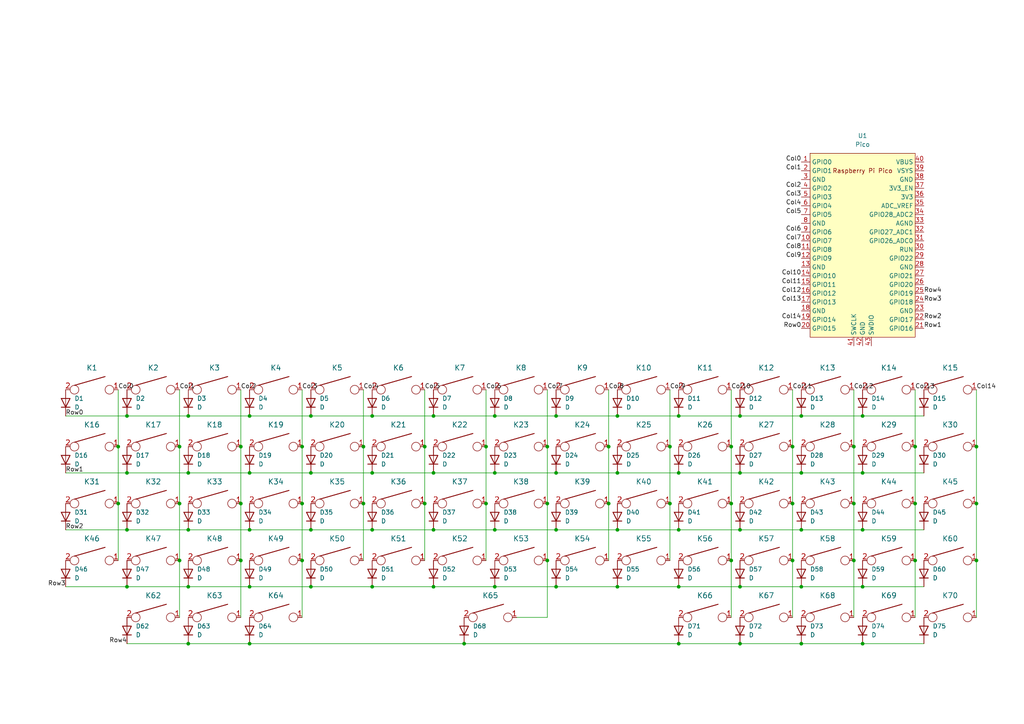
<source format=kicad_sch>
(kicad_sch (version 20250114) (generator "eeschema") (generator_version "9.0")
  (paper "A4")
  (junction (at 90.17 137.16))
  (junction (at 54.61 186.69))
  (junction (at 107.95 170.18))
  (junction (at 250.19 153.67))
  (junction (at 105.41 146.05))
  (junction (at 125.73 120.65))
  (junction (at 250.19 170.18))
  (junction (at 72.39 153.67))
  (junction (at 283.21 162.56))
  (junction (at 143.51 120.65))
  (junction (at 214.63 186.69))
  (junction (at 52.07 162.56))
  (junction (at 214.63 120.65))
  (junction (at 179.07 153.67))
  (junction (at 212.09 146.05))
  (junction (at 250.19 120.65))
  (junction (at 179.07 170.18))
  (junction (at 232.41 120.65))
  (junction (at 72.39 186.69))
  (junction (at 214.63 170.18))
  (junction (at 143.51 137.16))
  (junction (at 52.07 129.54))
  (junction (at 158.75 146.05))
  (junction (at 107.95 137.16))
  (junction (at 36.83 170.18))
  (junction (at 214.63 137.16))
  (junction (at 107.95 120.65))
  (junction (at 212.09 162.56))
  (junction (at 196.85 186.69))
  (junction (at 34.29 146.05))
  (junction (at 229.87 146.05))
  (junction (at 158.75 129.54))
  (junction (at 196.85 137.16))
  (junction (at 214.63 153.67))
  (junction (at 72.39 120.65))
  (junction (at 107.95 153.67))
  (junction (at 72.39 170.18))
  (junction (at 87.63 162.56))
  (junction (at 134.62 186.69))
  (junction (at 54.61 153.67))
  (junction (at 36.83 137.16))
  (junction (at 143.51 153.67))
  (junction (at 69.85 129.54))
  (junction (at 250.19 137.16))
  (junction (at 72.39 137.16))
  (junction (at 229.87 129.54))
  (junction (at 90.17 120.65))
  (junction (at 125.73 137.16))
  (junction (at 194.31 146.05))
  (junction (at 36.83 120.65))
  (junction (at 196.85 153.67))
  (junction (at 232.41 186.69))
  (junction (at 176.53 129.54))
  (junction (at 143.51 170.18))
  (junction (at 247.65 129.54))
  (junction (at 265.43 129.54))
  (junction (at 69.85 162.56))
  (junction (at 90.17 170.18))
  (junction (at 54.61 137.16))
  (junction (at 194.31 129.54))
  (junction (at 176.53 146.05))
  (junction (at 36.83 153.67))
  (junction (at 54.61 120.65))
  (junction (at 232.41 153.67))
  (junction (at 161.29 137.16))
  (junction (at 140.97 129.54))
  (junction (at 161.29 153.67))
  (junction (at 179.07 137.16))
  (junction (at 161.29 170.18))
  (junction (at 265.43 146.05))
  (junction (at 265.43 162.56))
  (junction (at 196.85 170.18))
  (junction (at 34.29 129.54))
  (junction (at 196.85 120.65))
  (junction (at 52.07 146.05))
  (junction (at 161.29 120.65))
  (junction (at 123.19 129.54))
  (junction (at 140.97 146.05))
  (junction (at 283.21 129.54))
  (junction (at 105.41 129.54))
  (junction (at 232.41 137.16))
  (junction (at 232.41 170.18))
  (junction (at 283.21 146.05))
  (junction (at 69.85 146.05))
  (junction (at 125.73 153.67))
  (junction (at 179.07 120.65))
  (junction (at 247.65 162.56))
  (junction (at 90.17 153.67))
  (junction (at 87.63 146.05))
  (junction (at 247.65 146.05))
  (junction (at 125.73 170.18))
  (junction (at 54.61 170.18))
  (junction (at 212.09 129.54))
  (junction (at 87.63 129.54))
  (junction (at 123.19 146.05))
  (junction (at 250.19 186.69))
  (junction (at 158.75 162.56))
  (junction (at 229.87 162.56))
  (wire (pts (xy 72.39 186.69) (xy 134.62 186.69)))
  (wire (pts (xy 179.07 120.65) (xy 196.85 120.65)))
  (wire (pts (xy 265.43 113.03) (xy 265.43 129.54)))
  (wire (pts (xy 232.41 137.16) (xy 250.19 137.16)))
  (wire (pts (xy 69.85 129.54) (xy 69.85 146.05)))
  (wire (pts (xy 265.43 162.56) (xy 265.43 179.07)))
  (wire (pts (xy 158.75 113.03) (xy 158.75 129.54)))
  (wire (pts (xy 52.07 113.03) (xy 52.07 129.54)))
  (wire (pts (xy 176.53 113.03) (xy 176.53 129.54)))
  (wire (pts (xy 123.19 129.54) (xy 123.19 146.05)))
  (wire (pts (xy 214.63 186.69) (xy 232.41 186.69)))
  (wire (pts (xy 212.09 146.05) (xy 212.09 162.56)))
  (wire (pts (xy 19.05 137.16) (xy 36.83 137.16)))
  (wire (pts (xy 52.07 146.05) (xy 52.07 162.56)))
  (wire (pts (xy 123.19 113.03) (xy 123.19 129.54)))
  (wire (pts (xy 158.75 129.54) (xy 158.75 146.05)))
  (wire (pts (xy 232.41 153.67) (xy 250.19 153.67)))
  (wire (pts (xy 194.31 113.03) (xy 194.31 129.54)))
  (wire (pts (xy 247.65 129.54) (xy 247.65 146.05)))
  (wire (pts (xy 34.29 129.54) (xy 34.29 146.05)))
  (wire (pts (xy 107.95 120.65) (xy 125.73 120.65)))
  (wire (pts (xy 250.19 137.16) (xy 267.97 137.16)))
  (wire (pts (xy 19.05 153.67) (xy 36.83 153.67)))
  (wire (pts (xy 123.19 146.05) (xy 123.19 162.56)))
  (wire (pts (xy 54.61 120.65) (xy 72.39 120.65)))
  (wire (pts (xy 176.53 129.54) (xy 176.53 146.05)))
  (wire (pts (xy 72.39 120.65) (xy 90.17 120.65)))
  (wire (pts (xy 52.07 129.54) (xy 52.07 146.05)))
  (wire (pts (xy 161.29 120.65) (xy 179.07 120.65)))
  (wire (pts (xy 158.75 179.07) (xy 149.86 179.07)))
  (wire (pts (xy 87.63 146.05) (xy 87.63 162.56)))
  (wire (pts (xy 214.63 137.16) (xy 232.41 137.16)))
  (wire (pts (xy 161.29 170.18) (xy 179.07 170.18)))
  (wire (pts (xy 196.85 137.16) (xy 214.63 137.16)))
  (wire (pts (xy 134.62 186.69) (xy 196.85 186.69)))
  (wire (pts (xy 72.39 137.16) (xy 90.17 137.16)))
  (wire (pts (xy 105.41 146.05) (xy 105.41 162.56)))
  (wire (pts (xy 232.41 186.69) (xy 250.19 186.69)))
  (wire (pts (xy 19.05 170.18) (xy 36.83 170.18)))
  (wire (pts (xy 87.63 162.56) (xy 87.63 179.07)))
  (wire (pts (xy 250.19 186.69) (xy 267.97 186.69)))
  (wire (pts (xy 87.63 113.03) (xy 87.63 129.54)))
  (wire (pts (xy 69.85 113.03) (xy 69.85 129.54)))
  (wire (pts (xy 247.65 146.05) (xy 247.65 162.56)))
  (wire (pts (xy 125.73 120.65) (xy 143.51 120.65)))
  (wire (pts (xy 212.09 129.54) (xy 212.09 146.05)))
  (wire (pts (xy 232.41 170.18) (xy 250.19 170.18)))
  (wire (pts (xy 72.39 170.18) (xy 90.17 170.18)))
  (wire (pts (xy 214.63 120.65) (xy 232.41 120.65)))
  (wire (pts (xy 90.17 120.65) (xy 107.95 120.65)))
  (wire (pts (xy 54.61 153.67) (xy 72.39 153.67)))
  (wire (pts (xy 107.95 153.67) (xy 125.73 153.67)))
  (wire (pts (xy 107.95 137.16) (xy 125.73 137.16)))
  (wire (pts (xy 140.97 146.05) (xy 140.97 162.56)))
  (wire (pts (xy 19.05 120.65) (xy 36.83 120.65)))
  (wire (pts (xy 87.63 129.54) (xy 87.63 146.05)))
  (wire (pts (xy 179.07 137.16) (xy 196.85 137.16)))
  (wire (pts (xy 52.07 162.56) (xy 52.07 179.07)))
  (wire (pts (xy 125.73 170.18) (xy 143.51 170.18)))
  (wire (pts (xy 107.95 170.18) (xy 125.73 170.18)))
  (wire (pts (xy 196.85 170.18) (xy 214.63 170.18)))
  (wire (pts (xy 229.87 146.05) (xy 229.87 162.56)))
  (wire (pts (xy 143.51 153.67) (xy 161.29 153.67)))
  (wire (pts (xy 250.19 170.18) (xy 267.97 170.18)))
  (wire (pts (xy 229.87 129.54) (xy 229.87 146.05)))
  (wire (pts (xy 36.83 170.18) (xy 54.61 170.18)))
  (wire (pts (xy 54.61 137.16) (xy 72.39 137.16)))
  (wire (pts (xy 214.63 170.18) (xy 232.41 170.18)))
  (wire (pts (xy 161.29 153.67) (xy 179.07 153.67)))
  (wire (pts (xy 34.29 146.05) (xy 34.29 162.56)))
  (wire (pts (xy 247.65 113.03) (xy 247.65 129.54)))
  (wire (pts (xy 196.85 186.69) (xy 214.63 186.69)))
  (wire (pts (xy 283.21 146.05) (xy 283.21 162.56)))
  (wire (pts (xy 54.61 186.69) (xy 72.39 186.69)))
  (wire (pts (xy 247.65 162.56) (xy 247.65 179.07)))
  (wire (pts (xy 179.07 153.67) (xy 196.85 153.67)))
  (wire (pts (xy 196.85 153.67) (xy 214.63 153.67)))
  (wire (pts (xy 196.85 120.65) (xy 214.63 120.65)))
  (wire (pts (xy 125.73 153.67) (xy 143.51 153.67)))
  (wire (pts (xy 143.51 120.65) (xy 161.29 120.65)))
  (wire (pts (xy 36.83 186.69) (xy 54.61 186.69)))
  (wire (pts (xy 158.75 146.05) (xy 158.75 162.56)))
  (wire (pts (xy 212.09 162.56) (xy 212.09 179.07)))
  (wire (pts (xy 212.09 113.03) (xy 212.09 129.54)))
  (wire (pts (xy 283.21 129.54) (xy 283.21 146.05)))
  (wire (pts (xy 161.29 137.16) (xy 179.07 137.16)))
  (wire (pts (xy 265.43 129.54) (xy 265.43 146.05)))
  (wire (pts (xy 194.31 146.05) (xy 194.31 162.56)))
  (wire (pts (xy 34.29 113.03) (xy 34.29 129.54)))
  (wire (pts (xy 69.85 146.05) (xy 69.85 162.56)))
  (wire (pts (xy 229.87 162.56) (xy 229.87 179.07)))
  (wire (pts (xy 69.85 162.56) (xy 69.85 179.07)))
  (wire (pts (xy 105.41 129.54) (xy 105.41 146.05)))
  (wire (pts (xy 232.41 120.65) (xy 250.19 120.65)))
  (wire (pts (xy 140.97 113.03) (xy 140.97 129.54)))
  (wire (pts (xy 105.41 113.03) (xy 105.41 129.54)))
  (wire (pts (xy 90.17 170.18) (xy 107.95 170.18)))
  (wire (pts (xy 158.75 162.56) (xy 158.75 179.07)))
  (wire (pts (xy 90.17 153.67) (xy 107.95 153.67)))
  (wire (pts (xy 179.07 170.18) (xy 196.85 170.18)))
  (wire (pts (xy 143.51 137.16) (xy 161.29 137.16)))
  (wire (pts (xy 140.97 129.54) (xy 140.97 146.05)))
  (wire (pts (xy 72.39 153.67) (xy 90.17 153.67)))
  (wire (pts (xy 36.83 137.16) (xy 54.61 137.16)))
  (wire (pts (xy 229.87 113.03) (xy 229.87 129.54)))
  (wire (pts (xy 36.83 120.65) (xy 54.61 120.65)))
  (wire (pts (xy 283.21 113.03) (xy 283.21 129.54)))
  (wire (pts (xy 194.31 129.54) (xy 194.31 146.05)))
  (wire (pts (xy 250.19 153.67) (xy 267.97 153.67)))
  (wire (pts (xy 54.61 170.18) (xy 72.39 170.18)))
  (wire (pts (xy 250.19 120.65) (xy 267.97 120.65)))
  (wire (pts (xy 265.43 146.05) (xy 265.43 162.56)))
  (wire (pts (xy 214.63 153.67) (xy 232.41 153.67)))
  (wire (pts (xy 176.53 146.05) (xy 176.53 162.56)))
  (wire (pts (xy 125.73 137.16) (xy 143.51 137.16)))
  (wire (pts (xy 143.51 170.18) (xy 161.29 170.18)))
  (wire (pts (xy 283.21 162.56) (xy 283.21 179.07)))
  (wire (pts (xy 90.17 137.16) (xy 107.95 137.16)))
  (wire (pts (xy 36.83 153.67) (xy 54.61 153.67)))
  (label "Row0" (at 19.05 120.65 0))
  (label "Col1" (at 232.41 49.53 180))
  (label "Col9" (at 232.41 74.93 180))
  (label "Col2" (at 232.41 54.61 180))
  (label "Row3" (at 267.97 87.63 0))
  (label "Col0" (at 232.41 46.99 180))
  (label "Col3" (at 87.63 113.03 0))
  (label "Col8" (at 176.53 113.03 0))
  (label "Row1" (at 267.97 95.25 0))
  (label "Col14" (at 232.41 92.71 180))
  (label "Col5" (at 232.41 62.23 180))
  (label "Col7" (at 232.41 69.85 180))
  (label "Row0" (at 232.41 95.25 180))
  (label "Row1" (at 19.05 137.16 0))
  (label "Col2" (at 69.85 113.03 0))
  (label "Col3" (at 232.41 57.15 180))
  (label "Col4" (at 105.41 113.03 0))
  (label "Col7" (at 158.75 113.03 0))
  (label "Col13" (at 232.41 87.63 180))
  (label "Col12" (at 247.65 113.03 0))
  (label "Col14" (at 283.21 113.03 0))
  (label "Row3" (at 19.05 170.18 180))
  (label "Row2" (at 19.05 153.67 0))
  (label "Col10" (at 212.09 113.03 0))
  (label "Row4" (at 36.83 186.69 180))
  (label "Row4" (at 267.97 85.09 0))
  (label "Col9" (at 194.31 113.03 0))
  (label "Col11" (at 232.41 82.55 180))
  (label "Col1" (at 52.07 113.03 0))
  (label "Col13" (at 265.43 113.03 0))
  (label "Col10" (at 232.41 80.01 180))
  (label "Col8" (at 232.41 72.39 180))
  (label "Col0" (at 34.29 113.03 0))
  (label "Col12" (at 232.41 85.09 180))
  (label "Col6" (at 232.41 67.31 180))
  (label "Col11" (at 229.87 113.03 0))
  (label "Col6" (at 140.97 113.03 0))
  (label "Row2" (at 267.97 92.71 0))
  (label "Col4" (at 232.41 59.69 180))
  (label "Col5" (at 123.19 113.03 0))
  (symbol (lib_id "keyboard_parts:KEYSW") (at 44.45 146.05 0) (unit 1)
    (property "Reference" "K32" (at 44.45 139.7 0) (effects (font (size 1.524 1.524))))
    (property "Value" "KEYSW" (effects (hide yes)))
    (property "Footprint" "keebs.pretty-master:Mx_Alps_100" (effects (hide yes)))
  )
  (symbol (lib_id "Device:D") (at 214.63 116.84 90) (unit 1)
    (property "Reference" "D12" (at 217.17 115.5699 90) (effects (justify right)))
    (property "Value" "D" (at 217.17 118.1099 90) (effects (justify right)))
    (property "Footprint" "keyboard_parts.pretty-master:D_SOD123_axial" (effects (hide yes)))
    (property "Description" "Diode" (effects (hide yes)))
    (property "Sim.Device" "D" (effects (hide yes)))
    (property "Sim.Pins" "1=K 2=A" (effects (hide yes)))
  )
  (symbol (lib_id "Device:D") (at 72.39 166.37 90) (unit 1)
    (property "Reference" "D49" (at 74.93 165.0999 90) (effects (justify right)))
    (property "Value" "D" (at 74.93 167.6399 90) (effects (justify right)))
    (property "Footprint" "keyboard_parts.pretty-master:D_SOD123_axial" (effects (hide yes)))
    (property "Description" "Diode" (effects (hide yes)))
    (property "Sim.Device" "D" (effects (hide yes)))
    (property "Sim.Pins" "1=K 2=A" (effects (hide yes)))
  )
  (symbol (lib_id "Device:D") (at 54.61 149.86 90) (unit 1)
    (property "Reference" "D33" (at 57.15 148.5899 90) (effects (justify right)))
    (property "Value" "D" (at 57.15 151.1299 90) (effects (justify right)))
    (property "Footprint" "keyboard_parts.pretty-master:D_SOD123_axial" (effects (hide yes)))
    (property "Description" "Diode" (effects (hide yes)))
    (property "Sim.Device" "D" (effects (hide yes)))
    (property "Sim.Pins" "1=K 2=A" (effects (hide yes)))
  )
  (symbol (lib_id "Device:D") (at 161.29 133.35 90) (unit 1)
    (property "Reference" "D24" (at 163.83 132.0799 90) (effects (justify right)))
    (property "Value" "D" (at 163.83 134.6199 90) (effects (justify right)))
    (property "Footprint" "keyboard_parts.pretty-master:D_SOD123_axial" (effects (hide yes)))
    (property "Description" "Diode" (effects (hide yes)))
    (property "Sim.Device" "D" (effects (hide yes)))
    (property "Sim.Pins" "1=K 2=A" (effects (hide yes)))
  )
  (symbol (lib_id "keyboard_parts:KEYSW") (at 97.79 162.56 0) (unit 1)
    (property "Reference" "K50" (at 97.79 156.21 0) (effects (font (size 1.524 1.524))))
    (property "Value" "KEYSW" (effects (hide yes)))
    (property "Footprint" "keebs.pretty-master:Mx_Alps_100" (effects (hide yes)))
  )
  (symbol (lib_id "keyboard_parts:KEYSW") (at 80.01 162.56 0) (unit 1)
    (property "Reference" "K49" (at 80.01 156.21 0) (effects (font (size 1.524 1.524))))
    (property "Value" "KEYSW" (effects (hide yes)))
    (property "Footprint" "keebs.pretty-master:Mx_Alps_100" (effects (hide yes)))
  )
  (symbol (lib_id "keyboard_parts:KEYSW") (at 222.25 146.05 0) (unit 1)
    (property "Reference" "K42" (at 222.25 139.7 0) (effects (font (size 1.524 1.524))))
    (property "Value" "KEYSW" (effects (hide yes)))
    (property "Footprint" "keebs.pretty-master:Mx_Alps_100" (effects (hide yes)))
  )
  (symbol (lib_id "keyboard_parts:KEYSW") (at 240.03 129.54 0) (unit 1)
    (property "Reference" "K28" (at 240.03 123.19 0) (effects (font (size 1.524 1.524))))
    (property "Value" "KEYSW" (effects (hide yes)))
    (property "Footprint" "keebs.pretty-master:Mx_Alps_100" (effects (hide yes)))
  )
  (symbol (lib_id "Device:D") (at 250.19 166.37 90) (unit 1)
    (property "Reference" "D59" (at 252.73 165.0999 90) (effects (justify right)))
    (property "Value" "D" (at 252.73 167.6399 90) (effects (justify right)))
    (property "Footprint" "keyboard_parts.pretty-master:D_SOD123_axial" (effects (hide yes)))
    (property "Description" "Diode" (effects (hide yes)))
    (property "Sim.Device" "D" (effects (hide yes)))
    (property "Sim.Pins" "1=K 2=A" (effects (hide yes)))
  )
  (symbol (lib_id "Device:D") (at 90.17 166.37 90) (unit 1)
    (property "Reference" "D50" (at 92.71 165.0999 90) (effects (justify right)))
    (property "Value" "D" (at 92.71 167.6399 90) (effects (justify right)))
    (property "Footprint" "keyboard_parts.pretty-master:D_SOD123_axial" (effects (hide yes)))
    (property "Description" "Diode" (effects (hide yes)))
    (property "Sim.Device" "D" (effects (hide yes)))
    (property "Sim.Pins" "1=K 2=A" (effects (hide yes)))
  )
  (symbol (lib_id "Device:D") (at 36.83 182.88 90) (unit 1)
    (property "Reference" "D62" (at 39.37 181.6099 90) (effects (justify right)))
    (property "Value" "D" (at 39.37 184.1499 90) (effects (justify right)))
    (property "Footprint" "keyboard_parts.pretty-master:D_SOD123_axial" (effects (hide yes)))
    (property "Description" "Diode" (effects (hide yes)))
    (property "Sim.Device" "D" (effects (hide yes)))
    (property "Sim.Pins" "1=K 2=A" (effects (hide yes)))
  )
  (symbol (lib_id "keyboard_parts:KEYSW") (at 275.59 162.56 0) (unit 1)
    (property "Reference" "K60" (at 275.59 156.21 0) (effects (font (size 1.524 1.524))))
    (property "Value" "KEYSW" (effects (hide yes)))
    (property "Footprint" "keebs.pretty-master:Mx_Alps_100" (effects (hide yes)))
  )
  (symbol (lib_id "keyboard_parts:KEYSW") (at 62.23 129.54 0) (unit 1)
    (property "Reference" "K18" (at 62.23 123.19 0) (effects (font (size 1.524 1.524))))
    (property "Value" "KEYSW" (effects (hide yes)))
    (property "Footprint" "keebs.pretty-master:Mx_Alps_100" (effects (hide yes)))
  )
  (symbol (lib_id "keyboard_parts:KEYSW") (at 151.13 162.56 0) (unit 1)
    (property "Reference" "K53" (at 151.13 156.21 0) (effects (font (size 1.524 1.524))))
    (property "Value" "KEYSW" (effects (hide yes)))
    (property "Footprint" "keebs.pretty-master:Mx_Alps_100" (effects (hide yes)))
  )
  (symbol (lib_id "Device:D") (at 232.41 133.35 90) (unit 1)
    (property "Reference" "D28" (at 234.95 132.0799 90) (effects (justify right)))
    (property "Value" "D" (at 234.95 134.6199 90) (effects (justify right)))
    (property "Footprint" "keyboard_parts.pretty-master:D_SOD123_axial" (effects (hide yes)))
    (property "Description" "Diode" (effects (hide yes)))
    (property "Sim.Device" "D" (effects (hide yes)))
    (property "Sim.Pins" "1=K 2=A" (effects (hide yes)))
  )
  (symbol (lib_id "keyboard_parts:KEYSW") (at 133.35 129.54 0) (unit 1)
    (property "Reference" "K22" (at 133.35 123.19 0) (effects (font (size 1.524 1.524))))
    (property "Value" "KEYSW" (effects (hide yes)))
    (property "Footprint" "keebs.pretty-master:Mx_Alps_100" (effects (hide yes)))
  )
  (symbol (lib_id "keyboard_parts:KEYSW") (at 62.23 179.07 0) (unit 1)
    (property "Reference" "K63" (at 62.23 172.72 0) (effects (font (size 1.524 1.524))))
    (property "Value" "KEYSW" (effects (hide yes)))
    (property "Footprint" "keebs.pretty-master:Mx_Alps_100" (effects (hide yes)))
  )
  (symbol (lib_id "Device:D") (at 134.62 182.88 90) (unit 1)
    (property "Reference" "D68" (at 137.16 181.6099 90) (effects (justify right)))
    (property "Value" "D" (at 137.16 184.1499 90) (effects (justify right)))
    (property "Footprint" "keyboard_parts.pretty-master:D_SOD123_axial" (effects (hide yes)))
    (property "Description" "Diode" (effects (hide yes)))
    (property "Sim.Device" "D" (effects (hide yes)))
    (property "Sim.Pins" "1=K 2=A" (effects (hide yes)))
  )
  (symbol (lib_id "Device:D") (at 90.17 133.35 90) (unit 1)
    (property "Reference" "D20" (at 92.71 132.0799 90) (effects (justify right)))
    (property "Value" "D" (at 92.71 134.6199 90) (effects (justify right)))
    (property "Footprint" "keyboard_parts.pretty-master:D_SOD123_axial" (effects (hide yes)))
    (property "Description" "Diode" (effects (hide yes)))
    (property "Sim.Device" "D" (effects (hide yes)))
    (property "Sim.Pins" "1=K 2=A" (effects (hide yes)))
  )
  (symbol (lib_id "keyboard_parts:KEYSW") (at 44.45 162.56 0) (unit 1)
    (property "Reference" "K47" (at 44.45 156.21 0) (effects (font (size 1.524 1.524))))
    (property "Value" "KEYSW" (effects (hide yes)))
    (property "Footprint" "keebs.pretty-master:Mx_Alps_100" (effects (hide yes)))
  )
  (symbol (lib_id "keyboard_parts:KEYSW") (at 80.01 146.05 0) (unit 1)
    (property "Reference" "K34" (at 80.01 139.7 0) (effects (font (size 1.524 1.524))))
    (property "Value" "KEYSW" (effects (hide yes)))
    (property "Footprint" "keebs.pretty-master:Mx_Alps_100" (effects (hide yes)))
  )
  (symbol (lib_id "keyboard_parts:KEYSW") (at 115.57 113.03 0) (unit 1)
    (property "Reference" "K6" (at 115.57 106.68 0) (effects (font (size 1.524 1.524))))
    (property "Value" "KEYSW" (effects (hide yes)))
    (property "Footprint" "keebs.pretty-master:Mx_Alps_100" (effects (hide yes)))
  )
  (symbol (lib_id "Device:D") (at 267.97 116.84 90) (unit 1)
    (property "Reference" "D15" (at 270.51 115.5699 90) (effects (justify right)))
    (property "Value" "D" (at 270.51 118.1099 90) (effects (justify right)))
    (property "Footprint" "keyboard_parts.pretty-master:D_SOD123_axial" (effects (hide yes)))
    (property "Description" "Diode" (effects (hide yes)))
    (property "Sim.Device" "D" (effects (hide yes)))
    (property "Sim.Pins" "1=K 2=A" (effects (hide yes)))
  )
  (symbol (lib_id "keyboard_parts:KEYSW") (at 80.01 129.54 0) (unit 1)
    (property "Reference" "K19" (at 80.01 123.19 0) (effects (font (size 1.524 1.524))))
    (property "Value" "KEYSW" (effects (hide yes)))
    (property "Footprint" "keebs.pretty-master:Mx_Alps_100" (effects (hide yes)))
  )
  (symbol (lib_id "keyboard_parts:KEYSW") (at 240.03 179.07 0) (unit 1)
    (property "Reference" "K68" (at 240.03 172.72 0) (effects (font (size 1.524 1.524))))
    (property "Value" "KEYSW" (effects (hide yes)))
    (property "Footprint" "keebs.pretty-master:Mx_Alps_100" (effects (hide yes)))
  )
  (symbol (lib_id "Device:D") (at 232.41 149.86 90) (unit 1)
    (property "Reference" "D43" (at 234.95 148.5899 90) (effects (justify right)))
    (property "Value" "D" (at 234.95 151.1299 90) (effects (justify right)))
    (property "Footprint" "keyboard_parts.pretty-master:D_SOD123_axial" (effects (hide yes)))
    (property "Description" "Diode" (effects (hide yes)))
    (property "Sim.Device" "D" (effects (hide yes)))
    (property "Sim.Pins" "1=K 2=A" (effects (hide yes)))
  )
  (symbol (lib_id "Device:D") (at 196.85 182.88 90) (unit 1)
    (property "Reference" "D71" (at 199.39 181.6099 90) (effects (justify right)))
    (property "Value" "D" (at 199.39 184.1499 90) (effects (justify right)))
    (property "Footprint" "keyboard_parts.pretty-master:D_SOD123_axial" (effects (hide yes)))
    (property "Description" "Diode" (effects (hide yes)))
    (property "Sim.Device" "D" (effects (hide yes)))
    (property "Sim.Pins" "1=K 2=A" (effects (hide yes)))
  )
  (symbol (lib_id "keyboard_parts:KEYSW") (at 133.35 113.03 0) (unit 1)
    (property "Reference" "K7" (at 133.35 106.68 0) (effects (font (size 1.524 1.524))))
    (property "Value" "KEYSW" (effects (hide yes)))
    (property "Footprint" "keebs.pretty-master:Mx_Alps_100" (effects (hide yes)))
  )
  (symbol (lib_id "Device:D") (at 232.41 182.88 90) (unit 1)
    (property "Reference" "D73" (at 234.95 181.6099 90) (effects (justify right)))
    (property "Value" "D" (at 234.95 184.1499 90) (effects (justify right)))
    (property "Footprint" "keyboard_parts.pretty-master:D_SOD123_axial" (effects (hide yes)))
    (property "Description" "Diode" (effects (hide yes)))
    (property "Sim.Device" "D" (effects (hide yes)))
    (property "Sim.Pins" "1=K 2=A" (effects (hide yes)))
  )
  (symbol (lib_id "keyboard_parts:KEYSW") (at 222.25 162.56 0) (unit 1)
    (property "Reference" "K57" (at 222.25 156.21 0) (effects (font (size 1.524 1.524))))
    (property "Value" "KEYSW" (effects (hide yes)))
    (property "Footprint" "keebs.pretty-master:Mx_Alps_100" (effects (hide yes)))
  )
  (symbol (lib_id "keyboard_parts:KEYSW") (at 168.91 162.56 0) (unit 1)
    (property "Reference" "K54" (at 168.91 156.21 0) (effects (font (size 1.524 1.524))))
    (property "Value" "KEYSW" (effects (hide yes)))
    (property "Footprint" "keebs.pretty-master:Mx_Alps_100" (effects (hide yes)))
  )
  (symbol (lib_id "Device:D") (at 250.19 182.88 90) (unit 1)
    (property "Reference" "D74" (at 252.73 181.6099 90) (effects (justify right)))
    (property "Value" "D" (at 252.73 184.1499 90) (effects (justify right)))
    (property "Footprint" "keyboard_parts.pretty-master:D_SOD123_axial" (effects (hide yes)))
    (property "Description" "Diode" (effects (hide yes)))
    (property "Sim.Device" "D" (effects (hide yes)))
    (property "Sim.Pins" "1=K 2=A" (effects (hide yes)))
  )
  (symbol (lib_id "Device:D") (at 179.07 116.84 90) (unit 1)
    (property "Reference" "D10" (at 181.61 115.5699 90) (effects (justify right)))
    (property "Value" "D" (at 181.61 118.1099 90) (effects (justify right)))
    (property "Footprint" "keyboard_parts.pretty-master:D_SOD123_axial" (effects (hide yes)))
    (property "Description" "Diode" (effects (hide yes)))
    (property "Sim.Device" "D" (effects (hide yes)))
    (property "Sim.Pins" "1=K 2=A" (effects (hide yes)))
  )
  (symbol (lib_id "keyboard_parts:KEYSW") (at 97.79 129.54 0) (unit 1)
    (property "Reference" "K20" (at 97.79 123.19 0) (effects (font (size 1.524 1.524))))
    (property "Value" "KEYSW" (effects (hide yes)))
    (property "Footprint" "keebs.pretty-master:Mx_Alps_100" (effects (hide yes)))
  )
  (symbol (lib_id "keyboard_parts:KEYSW") (at 257.81 179.07 0) (unit 1)
    (property "Reference" "K69" (at 257.81 172.72 0) (effects (font (size 1.524 1.524))))
    (property "Value" "KEYSW" (effects (hide yes)))
    (property "Footprint" "keebs.pretty-master:Mx_Alps_100" (effects (hide yes)))
  )
  (symbol (lib_id "keyboard_parts:KEYSW") (at 275.59 146.05 0) (unit 1)
    (property "Reference" "K45" (at 275.59 139.7 0) (effects (font (size 1.524 1.524))))
    (property "Value" "KEYSW" (effects (hide yes)))
    (property "Footprint" "keebs.pretty-master:Mx_Alps_100" (effects (hide yes)))
  )
  (symbol (lib_id "Device:D") (at 72.39 149.86 90) (unit 1)
    (property "Reference" "D34" (at 74.93 148.5899 90) (effects (justify right)))
    (property "Value" "D" (at 74.93 151.1299 90) (effects (justify right)))
    (property "Footprint" "keyboard_parts.pretty-master:D_SOD123_axial" (effects (hide yes)))
    (property "Description" "Diode" (effects (hide yes)))
    (property "Sim.Device" "D" (effects (hide yes)))
    (property "Sim.Pins" "1=K 2=A" (effects (hide yes)))
  )
  (symbol (lib_id "Device:D") (at 232.41 166.37 90) (unit 1)
    (property "Reference" "D58" (at 234.95 165.0999 90) (effects (justify right)))
    (property "Value" "D" (at 234.95 167.6399 90) (effects (justify right)))
    (property "Footprint" "keyboard_parts.pretty-master:D_SOD123_axial" (effects (hide yes)))
    (property "Description" "Diode" (effects (hide yes)))
    (property "Sim.Device" "D" (effects (hide yes)))
    (property "Sim.Pins" "1=K 2=A" (effects (hide yes)))
  )
  (symbol (lib_id "keyboard_parts:KEYSW") (at 44.45 113.03 0) (unit 1)
    (property "Reference" "K2" (at 44.45 106.68 0) (effects (font (size 1.524 1.524))))
    (property "Value" "KEYSW" (effects (hide yes)))
    (property "Footprint" "keebs.pretty-master:Mx_Alps_100" (effects (hide yes)))
  )
  (symbol (lib_id "keyboard_parts:KEYSW") (at 26.67 146.05 0) (unit 1)
    (property "Reference" "K31" (at 26.67 139.7 0) (effects (font (size 1.524 1.524))))
    (property "Value" "KEYSW" (effects (hide yes)))
    (property "Footprint" "keebs.pretty-master:Mx_Alps_100" (effects (hide yes)))
  )
  (symbol (lib_id "keyboard_parts:KEYSW") (at 115.57 129.54 0) (unit 1)
    (property "Reference" "K21" (at 115.57 123.19 0) (effects (font (size 1.524 1.524))))
    (property "Value" "KEYSW" (effects (hide yes)))
    (property "Footprint" "keebs.pretty-master:Mx_Alps_100" (effects (hide yes)))
  )
  (symbol (lib_id "keyboard_parts:KEYSW") (at 257.81 129.54 0) (unit 1)
    (property "Reference" "K29" (at 257.81 123.19 0) (effects (font (size 1.524 1.524))))
    (property "Value" "KEYSW" (effects (hide yes)))
    (property "Footprint" "keebs.pretty-master:Mx_Alps_100" (effects (hide yes)))
  )
  (symbol (lib_id "Device:D") (at 19.05 166.37 90) (unit 1)
    (property "Reference" "D46" (at 21.59 165.0999 90) (effects (justify right)))
    (property "Value" "D" (at 21.59 167.6399 90) (effects (justify right)))
    (property "Footprint" "keyboard_parts.pretty-master:D_SOD123_axial" (effects (hide yes)))
    (property "Description" "Diode" (effects (hide yes)))
    (property "Sim.Device" "D" (effects (hide yes)))
    (property "Sim.Pins" "1=K 2=A" (effects (hide yes)))
  )
  (symbol (lib_id "keyboard_parts:KEYSW") (at 26.67 113.03 0) (unit 1)
    (property "Reference" "K1" (at 26.67 106.68 0) (effects (font (size 1.524 1.524))))
    (property "Value" "KEYSW" (effects (hide yes)))
    (property "Footprint" "keebs.pretty-master:Mx_Alps_100" (effects (hide yes)))
  )
  (symbol (lib_id "Device:D") (at 196.85 133.35 90) (unit 1)
    (property "Reference" "D26" (at 199.39 132.0799 90) (effects (justify right)))
    (property "Value" "D" (at 199.39 134.6199 90) (effects (justify right)))
    (property "Footprint" "keyboard_parts.pretty-master:D_SOD123_axial" (effects (hide yes)))
    (property "Description" "Diode" (effects (hide yes)))
    (property "Sim.Device" "D" (effects (hide yes)))
    (property "Sim.Pins" "1=K 2=A" (effects (hide yes)))
  )
  (symbol (lib_id "keyboard_parts:KEYSW") (at 240.03 146.05 0) (unit 1)
    (property "Reference" "K43" (at 240.03 139.7 0) (effects (font (size 1.524 1.524))))
    (property "Value" "KEYSW" (effects (hide yes)))
    (property "Footprint" "keebs.pretty-master:Mx_Alps_100" (effects (hide yes)))
  )
  (symbol (lib_id "keyboard_parts:KEYSW") (at 26.67 162.56 0) (unit 1)
    (property "Reference" "K46" (at 26.67 156.21 0) (effects (font (size 1.524 1.524))))
    (property "Value" "KEYSW" (effects (hide yes)))
    (property "Footprint" "keebs.pretty-master:Mx_Alps_100" (effects (hide yes)))
  )
  (symbol (lib_id "Device:D") (at 267.97 182.88 90) (unit 1)
    (property "Reference" "D75" (at 270.51 181.6099 90) (effects (justify right)))
    (property "Value" "D" (at 270.51 184.1499 90) (effects (justify right)))
    (property "Footprint" "keyboard_parts.pretty-master:D_SOD123_axial" (effects (hide yes)))
    (property "Description" "Diode" (effects (hide yes)))
    (property "Sim.Device" "D" (effects (hide yes)))
    (property "Sim.Pins" "1=K 2=A" (effects (hide yes)))
  )
  (symbol (lib_id "Device:D") (at 161.29 166.37 90) (unit 1)
    (property "Reference" "D54" (at 163.83 165.0999 90) (effects (justify right)))
    (property "Value" "D" (at 163.83 167.6399 90) (effects (justify right)))
    (property "Footprint" "keyboard_parts.pretty-master:D_SOD123_axial" (effects (hide yes)))
    (property "Description" "Diode" (effects (hide yes)))
    (property "Sim.Device" "D" (effects (hide yes)))
    (property "Sim.Pins" "1=K 2=A" (effects (hide yes)))
  )
  (symbol (lib_id "Device:D") (at 90.17 149.86 90) (unit 1)
    (property "Reference" "D35" (at 92.71 148.5899 90) (effects (justify right)))
    (property "Value" "D" (at 92.71 151.1299 90) (effects (justify right)))
    (property "Footprint" "keyboard_parts.pretty-master:D_SOD123_axial" (effects (hide yes)))
    (property "Description" "Diode" (effects (hide yes)))
    (property "Sim.Device" "D" (effects (hide yes)))
    (property "Sim.Pins" "1=K 2=A" (effects (hide yes)))
  )
  (symbol (lib_id "keyboard_parts:KEYSW") (at 204.47 113.03 0) (unit 1)
    (property "Reference" "K11" (at 204.47 106.68 0) (effects (font (size 1.524 1.524))))
    (property "Value" "KEYSW" (effects (hide yes)))
    (property "Footprint" "keebs.pretty-master:Mx_Alps_100" (effects (hide yes)))
  )
  (symbol (lib_id "Device:D") (at 250.19 149.86 90) (unit 1)
    (property "Reference" "D44" (at 252.73 148.5899 90) (effects (justify right)))
    (property "Value" "D" (at 252.73 151.1299 90) (effects (justify right)))
    (property "Footprint" "keyboard_parts.pretty-master:D_SOD123_axial" (effects (hide yes)))
    (property "Description" "Diode" (effects (hide yes)))
    (property "Sim.Device" "D" (effects (hide yes)))
    (property "Sim.Pins" "1=K 2=A" (effects (hide yes)))
  )
  (symbol (lib_id "Device:D") (at 125.73 149.86 90) (unit 1)
    (property "Reference" "D37" (at 128.27 148.5899 90) (effects (justify right)))
    (property "Value" "D" (at 128.27 151.1299 90) (effects (justify right)))
    (property "Footprint" "keyboard_parts.pretty-master:D_SOD123_axial" (effects (hide yes)))
    (property "Description" "Diode" (effects (hide yes)))
    (property "Sim.Device" "D" (effects (hide yes)))
    (property "Sim.Pins" "1=K 2=A" (effects (hide yes)))
  )
  (symbol (lib_id "Device:D") (at 72.39 182.88 90) (unit 1)
    (property "Reference" "D64" (at 74.93 181.6099 90) (effects (justify right)))
    (property "Value" "D" (at 74.93 184.1499 90) (effects (justify right)))
    (property "Footprint" "keyboard_parts.pretty-master:D_SOD123_axial" (effects (hide yes)))
    (property "Description" "Diode" (effects (hide yes)))
    (property "Sim.Device" "D" (effects (hide yes)))
    (property "Sim.Pins" "1=K 2=A" (effects (hide yes)))
  )
  (symbol (lib_id "keyboard_parts:KEYSW") (at 133.35 146.05 0) (unit 1)
    (property "Reference" "K37" (at 133.35 139.7 0) (effects (font (size 1.524 1.524))))
    (property "Value" "KEYSW" (effects (hide yes)))
    (property "Footprint" "keebs.pretty-master:Mx_Alps_100" (effects (hide yes)))
  )
  (symbol (lib_id "Device:D") (at 161.29 149.86 90) (unit 1)
    (property "Reference" "D39" (at 163.83 148.5899 90) (effects (justify right)))
    (property "Value" "D" (at 163.83 151.1299 90) (effects (justify right)))
    (property "Footprint" "keyboard_parts.pretty-master:D_SOD123_axial" (effects (hide yes)))
    (property "Description" "Diode" (effects (hide yes)))
    (property "Sim.Device" "D" (effects (hide yes)))
    (property "Sim.Pins" "1=K 2=A" (effects (hide yes)))
  )
  (symbol (lib_id "keyboard_parts:KEYSW") (at 62.23 113.03 0) (unit 1)
    (property "Reference" "K3" (at 62.23 106.68 0) (effects (font (size 1.524 1.524))))
    (property "Value" "KEYSW" (effects (hide yes)))
    (property "Footprint" "keebs.pretty-master:Mx_Alps_100" (effects (hide yes)))
  )
  (symbol (lib_id "Device:D") (at 72.39 133.35 90) (unit 1)
    (property "Reference" "D19" (at 74.93 132.0799 90) (effects (justify right)))
    (property "Value" "D" (at 74.93 134.6199 90) (effects (justify right)))
    (property "Footprint" "keyboard_parts.pretty-master:D_SOD123_axial" (effects (hide yes)))
    (property "Description" "Diode" (effects (hide yes)))
    (property "Sim.Device" "D" (effects (hide yes)))
    (property "Sim.Pins" "1=K 2=A" (effects (hide yes)))
  )
  (symbol (lib_id "keyboard_parts:KEYSW") (at 257.81 162.56 0) (unit 1)
    (property "Reference" "K59" (at 257.81 156.21 0) (effects (font (size 1.524 1.524))))
    (property "Value" "KEYSW" (effects (hide yes)))
    (property "Footprint" "keebs.pretty-master:Mx_Alps_100" (effects (hide yes)))
  )
  (symbol (lib_id "keyboard_parts:KEYSW") (at 115.57 146.05 0) (unit 1)
    (property "Reference" "K36" (at 115.57 139.7 0) (effects (font (size 1.524 1.524))))
    (property "Value" "KEYSW" (effects (hide yes)))
    (property "Footprint" "keebs.pretty-master:Mx_Alps_100" (effects (hide yes)))
  )
  (symbol (lib_id "Device:D") (at 214.63 166.37 90) (unit 1)
    (property "Reference" "D57" (at 217.17 165.0999 90) (effects (justify right)))
    (property "Value" "D" (at 217.17 167.6399 90) (effects (justify right)))
    (property "Footprint" "keyboard_parts.pretty-master:D_SOD123_axial" (effects (hide yes)))
    (property "Description" "Diode" (effects (hide yes)))
    (property "Sim.Device" "D" (effects (hide yes)))
    (property "Sim.Pins" "1=K 2=A" (effects (hide yes)))
  )
  (symbol (lib_id "Device:D") (at 179.07 166.37 90) (unit 1)
    (property "Reference" "D55" (at 181.61 165.0999 90) (effects (justify right)))
    (property "Value" "D" (at 181.61 167.6399 90) (effects (justify right)))
    (property "Footprint" "keyboard_parts.pretty-master:D_SOD123_axial" (effects (hide yes)))
    (property "Description" "Diode" (effects (hide yes)))
    (property "Sim.Device" "D" (effects (hide yes)))
    (property "Sim.Pins" "1=K 2=A" (effects (hide yes)))
  )
  (symbol (lib_id "Device:D") (at 125.73 166.37 90) (unit 1)
    (property "Reference" "D52" (at 128.27 165.0999 90) (effects (justify right)))
    (property "Value" "D" (at 128.27 167.6399 90) (effects (justify right)))
    (property "Footprint" "keyboard_parts.pretty-master:D_SOD123_axial" (effects (hide yes)))
    (property "Description" "Diode" (effects (hide yes)))
    (property "Sim.Device" "D" (effects (hide yes)))
    (property "Sim.Pins" "1=K 2=A" (effects (hide yes)))
  )
  (symbol (lib_id "keyboard_parts:KEYSW") (at 151.13 146.05 0) (unit 1)
    (property "Reference" "K38" (at 151.13 139.7 0) (effects (font (size 1.524 1.524))))
    (property "Value" "KEYSW" (effects (hide yes)))
    (property "Footprint" "keebs.pretty-master:Mx_Alps_100" (effects (hide yes)))
  )
  (symbol (lib_id "keyboard_parts:KEYSW") (at 240.03 113.03 0) (unit 1)
    (property "Reference" "K13" (at 240.03 106.68 0) (effects (font (size 1.524 1.524))))
    (property "Value" "KEYSW" (effects (hide yes)))
    (property "Footprint" "keebs.pretty-master:Mx_Alps_100" (effects (hide yes)))
  )
  (symbol (lib_id "Device:D") (at 267.97 166.37 90) (unit 1)
    (property "Reference" "D60" (at 270.51 165.0999 90) (effects (justify right)))
    (property "Value" "D" (at 270.51 167.6399 90) (effects (justify right)))
    (property "Footprint" "keyboard_parts.pretty-master:D_SOD123_axial" (effects (hide yes)))
    (property "Description" "Diode" (effects (hide yes)))
    (property "Sim.Device" "D" (effects (hide yes)))
    (property "Sim.Pins" "1=K 2=A" (effects (hide yes)))
  )
  (symbol (lib_id "Device:D") (at 250.19 116.84 90) (unit 1)
    (property "Reference" "D14" (at 252.73 115.5699 90) (effects (justify right)))
    (property "Value" "D" (at 252.73 118.1099 90) (effects (justify right)))
    (property "Footprint" "keyboard_parts.pretty-master:D_SOD123_axial" (effects (hide yes)))
    (property "Description" "Diode" (effects (hide yes)))
    (property "Sim.Device" "D" (effects (hide yes)))
    (property "Sim.Pins" "1=K 2=A" (effects (hide yes)))
  )
  (symbol (lib_id "keyboard_parts:KEYSW") (at 26.67 129.54 0) (unit 1)
    (property "Reference" "K16" (at 26.67 123.19 0) (effects (font (size 1.524 1.524))))
    (property "Value" "KEYSW" (effects (hide yes)))
    (property "Footprint" "keebs.pretty-master:Mx_Alps_100" (effects (hide yes)))
  )
  (symbol (lib_id "Device:D") (at 36.83 116.84 90) (unit 1)
    (property "Reference" "D2" (at 39.37 115.5699 90) (effects (justify right)))
    (property "Value" "D" (at 39.37 118.1099 90) (effects (justify right)))
    (property "Footprint" "keyboard_parts.pretty-master:D_SOD123_axial" (effects (hide yes)))
    (property "Description" "Diode" (effects (hide yes)))
    (property "Sim.Device" "D" (effects (hide yes)))
    (property "Sim.Pins" "1=K 2=A" (effects (hide yes)))
  )
  (symbol (lib_id "Device:D") (at 72.39 116.84 90) (unit 1)
    (property "Reference" "D4" (at 74.93 115.5699 90) (effects (justify right)))
    (property "Value" "D" (at 74.93 118.1099 90) (effects (justify right)))
    (property "Footprint" "keyboard_parts.pretty-master:D_SOD123_axial" (effects (hide yes)))
    (property "Description" "Diode" (effects (hide yes)))
    (property "Sim.Device" "D" (effects (hide yes)))
    (property "Sim.Pins" "1=K 2=A" (effects (hide yes)))
  )
  (symbol (lib_id "keyboard_parts:KEYSW") (at 186.69 162.56 0) (unit 1)
    (property "Reference" "K55" (at 186.69 156.21 0) (effects (font (size 1.524 1.524))))
    (property "Value" "KEYSW" (effects (hide yes)))
    (property "Footprint" "keebs.pretty-master:Mx_Alps_100" (effects (hide yes)))
  )
  (symbol (lib_id "Device:D") (at 125.73 116.84 90) (unit 1)
    (property "Reference" "D7" (at 128.27 115.5699 90) (effects (justify right)))
    (property "Value" "D" (at 128.27 118.1099 90) (effects (justify right)))
    (property "Footprint" "keyboard_parts.pretty-master:D_SOD123_axial" (effects (hide yes)))
    (property "Description" "Diode" (effects (hide yes)))
    (property "Sim.Device" "D" (effects (hide yes)))
    (property "Sim.Pins" "1=K 2=A" (effects (hide yes)))
  )
  (symbol (lib_id "keyboard_parts:KEYSW") (at 151.13 129.54 0) (unit 1)
    (property "Reference" "K23" (at 151.13 123.19 0) (effects (font (size 1.524 1.524))))
    (property "Value" "KEYSW" (effects (hide yes)))
    (property "Footprint" "keebs.pretty-master:Mx_Alps_100" (effects (hide yes)))
  )
  (symbol (lib_id "Device:D") (at 19.05 149.86 90) (unit 1)
    (property "Reference" "D31" (at 21.59 148.5899 90) (effects (justify right)))
    (property "Value" "D" (at 21.59 151.1299 90) (effects (justify right)))
    (property "Footprint" "keyboard_parts.pretty-master:D_SOD123_axial" (effects (hide yes)))
    (property "Description" "Diode" (effects (hide yes)))
    (property "Sim.Device" "D" (effects (hide yes)))
    (property "Sim.Pins" "1=K 2=A" (effects (hide yes)))
  )
  (symbol (lib_id "keyboard_parts:KEYSW") (at 204.47 146.05 0) (unit 1)
    (property "Reference" "K41" (at 204.47 139.7 0) (effects (font (size 1.524 1.524))))
    (property "Value" "KEYSW" (effects (hide yes)))
    (property "Footprint" "keebs.pretty-master:Mx_Alps_100" (effects (hide yes)))
  )
  (symbol (lib_id "Device:D") (at 267.97 133.35 90) (unit 1)
    (property "Reference" "D30" (at 270.51 132.0799 90) (effects (justify right)))
    (property "Value" "D" (at 270.51 134.6199 90) (effects (justify right)))
    (property "Footprint" "keyboard_parts.pretty-master:D_SOD123_axial" (effects (hide yes)))
    (property "Description" "Diode" (effects (hide yes)))
    (property "Sim.Device" "D" (effects (hide yes)))
    (property "Sim.Pins" "1=K 2=A" (effects (hide yes)))
  )
  (symbol (lib_id "Device:D") (at 196.85 149.86 90) (unit 1)
    (property "Reference" "D41" (at 199.39 148.5899 90) (effects (justify right)))
    (property "Value" "D" (at 199.39 151.1299 90) (effects (justify right)))
    (property "Footprint" "keyboard_parts.pretty-master:D_SOD123_axial" (effects (hide yes)))
    (property "Description" "Diode" (effects (hide yes)))
    (property "Sim.Device" "D" (effects (hide yes)))
    (property "Sim.Pins" "1=K 2=A" (effects (hide yes)))
  )
  (symbol (lib_id "Device:D") (at 161.29 116.84 90) (unit 1)
    (property "Reference" "D9" (at 163.83 115.5699 90) (effects (justify right)))
    (property "Value" "D" (at 163.83 118.1099 90) (effects (justify right)))
    (property "Footprint" "keyboard_parts.pretty-master:D_SOD123_axial" (effects (hide yes)))
    (property "Description" "Diode" (effects (hide yes)))
    (property "Sim.Device" "D" (effects (hide yes)))
    (property "Sim.Pins" "1=K 2=A" (effects (hide yes)))
  )
  (symbol (lib_id "Device:D") (at 143.51 149.86 90) (unit 1)
    (property "Reference" "D38" (at 146.05 148.5899 90) (effects (justify right)))
    (property "Value" "D" (at 146.05 151.1299 90) (effects (justify right)))
    (property "Footprint" "keyboard_parts.pretty-master:D_SOD123_axial" (effects (hide yes)))
    (property "Description" "Diode" (effects (hide yes)))
    (property "Sim.Device" "D" (effects (hide yes)))
    (property "Sim.Pins" "1=K 2=A" (effects (hide yes)))
  )
  (symbol (lib_id "keyboard_parts:KEYSW") (at 222.25 113.03 0) (unit 1)
    (property "Reference" "K12" (at 222.25 106.68 0) (effects (font (size 1.524 1.524))))
    (property "Value" "KEYSW" (effects (hide yes)))
    (property "Footprint" "keebs.pretty-master:Mx_Alps_100" (effects (hide yes)))
  )
  (symbol (lib_id "keyboard_parts:KEYSW") (at 62.23 162.56 0) (unit 1)
    (property "Reference" "K48" (at 62.23 156.21 0) (effects (font (size 1.524 1.524))))
    (property "Value" "KEYSW" (effects (hide yes)))
    (property "Footprint" "keebs.pretty-master:Mx_Alps_100" (effects (hide yes)))
  )
  (symbol (lib_id "Device:D") (at 196.85 116.84 90) (unit 1)
    (property "Reference" "D11" (at 199.39 115.5699 90) (effects (justify right)))
    (property "Value" "D" (at 199.39 118.1099 90) (effects (justify right)))
    (property "Footprint" "keyboard_parts.pretty-master:D_SOD123_axial" (effects (hide yes)))
    (property "Description" "Diode" (effects (hide yes)))
    (property "Sim.Device" "D" (effects (hide yes)))
    (property "Sim.Pins" "1=K 2=A" (effects (hide yes)))
  )
  (symbol (lib_id "keyboard_parts:KEYSW") (at 168.91 146.05 0) (unit 1)
    (property "Reference" "K39" (at 168.91 139.7 0) (effects (font (size 1.524 1.524))))
    (property "Value" "KEYSW" (effects (hide yes)))
    (property "Footprint" "keebs.pretty-master:Mx_Alps_100" (effects (hide yes)))
  )
  (symbol (lib_id "Device:D") (at 179.07 133.35 90) (unit 1)
    (property "Reference" "D25" (at 181.61 132.0799 90) (effects (justify right)))
    (property "Value" "D" (at 181.61 134.6199 90) (effects (justify right)))
    (property "Footprint" "keyboard_parts.pretty-master:D_SOD123_axial" (effects (hide yes)))
    (property "Description" "Diode" (effects (hide yes)))
    (property "Sim.Device" "D" (effects (hide yes)))
    (property "Sim.Pins" "1=K 2=A" (effects (hide yes)))
  )
  (symbol (lib_id "Device:D") (at 107.95 166.37 90) (unit 1)
    (property "Reference" "D51" (at 110.49 165.0999 90) (effects (justify right)))
    (property "Value" "D" (at 110.49 167.6399 90) (effects (justify right)))
    (property "Footprint" "keyboard_parts.pretty-master:D_SOD123_axial" (effects (hide yes)))
    (property "Description" "Diode" (effects (hide yes)))
    (property "Sim.Device" "D" (effects (hide yes)))
    (property "Sim.Pins" "1=K 2=A" (effects (hide yes)))
  )
  (symbol (lib_id "keyboard_parts:KEYSW") (at 133.35 162.56 0) (unit 1)
    (property "Reference" "K52" (at 133.35 156.21 0) (effects (font (size 1.524 1.524))))
    (property "Value" "KEYSW" (effects (hide yes)))
    (property "Footprint" "keebs.pretty-master:Mx_Alps_100" (effects (hide yes)))
  )
  (symbol (lib_id "Device:D") (at 90.17 116.84 90) (unit 1)
    (property "Reference" "D5" (at 92.71 115.5699 90) (effects (justify right)))
    (property "Value" "D" (at 92.71 118.1099 90) (effects (justify right)))
    (property "Footprint" "keyboard_parts.pretty-master:D_SOD123_axial" (effects (hide yes)))
    (property "Description" "Diode" (effects (hide yes)))
    (property "Sim.Device" "D" (effects (hide yes)))
    (property "Sim.Pins" "1=K 2=A" (effects (hide yes)))
  )
  (symbol (lib_id "keyboard_parts:KEYSW") (at 62.23 146.05 0) (unit 1)
    (property "Reference" "K33" (at 62.23 139.7 0) (effects (font (size 1.524 1.524))))
    (property "Value" "KEYSW" (effects (hide yes)))
    (property "Footprint" "keebs.pretty-master:Mx_Alps_100" (effects (hide yes)))
  )
  (symbol (lib_id "keyboard_parts:KEYSW") (at 275.59 113.03 0) (unit 1)
    (property "Reference" "K15" (at 275.59 106.68 0) (effects (font (size 1.524 1.524))))
    (property "Value" "KEYSW" (effects (hide yes)))
    (property "Footprint" "keebs.pretty-master:Mx_Alps_100" (effects (hide yes)))
  )
  (symbol (lib_id "keyboard_parts:KEYSW") (at 186.69 113.03 0) (unit 1)
    (property "Reference" "K10" (at 186.69 106.68 0) (effects (font (size 1.524 1.524))))
    (property "Value" "KEYSW" (effects (hide yes)))
    (property "Footprint" "keebs.pretty-master:Mx_Alps_100" (effects (hide yes)))
  )
  (symbol (lib_id "keyboard_parts:KEYSW") (at 97.79 113.03 0) (unit 1)
    (property "Reference" "K5" (at 97.79 106.68 0) (effects (font (size 1.524 1.524))))
    (property "Value" "KEYSW" (effects (hide yes)))
    (property "Footprint" "keebs.pretty-master:Mx_Alps_100" (effects (hide yes)))
  )
  (symbol (lib_id "keyboard_parts:KEYSW") (at 80.01 179.07 0) (unit 1)
    (property "Reference" "K64" (at 80.01 172.72 0) (effects (font (size 1.524 1.524))))
    (property "Value" "KEYSW" (effects (hide yes)))
    (property "Footprint" "keebs.pretty-master:Mx_Alps_100" (effects (hide yes)))
  )
  (symbol (lib_id "MCU_RaspberryPi_and_Boards:Pico") (at 250.19 71.12 0) (unit 1)
    (property "Reference" "U1" (at 250.19 39.37 0))
    (property "Value" "Pico" (at 250.19 41.91 0))
    (property "Footprint" "MCU_RaspberryPi_and_Boards:RPi_Pico_SMD_TH" (effects (hide yes)))
  )
  (symbol (lib_id "keyboard_parts:KEYSW") (at 257.81 146.05 0) (unit 1)
    (property "Reference" "K44" (at 257.81 139.7 0) (effects (font (size 1.524 1.524))))
    (property "Value" "KEYSW" (effects (hide yes)))
    (property "Footprint" "keebs.pretty-master:Mx_Alps_100" (effects (hide yes)))
  )
  (symbol (lib_id "Device:D") (at 36.83 166.37 90) (unit 1)
    (property "Reference" "D47" (at 39.37 165.0999 90) (effects (justify right)))
    (property "Value" "D" (at 39.37 167.6399 90) (effects (justify right)))
    (property "Footprint" "keyboard_parts.pretty-master:D_SOD123_axial" (effects (hide yes)))
    (property "Description" "Diode" (effects (hide yes)))
    (property "Sim.Device" "D" (effects (hide yes)))
    (property "Sim.Pins" "1=K 2=A" (effects (hide yes)))
  )
  (symbol (lib_id "keyboard_parts:KEYSW") (at 186.69 146.05 0) (unit 1)
    (property "Reference" "K40" (at 186.69 139.7 0) (effects (font (size 1.524 1.524))))
    (property "Value" "KEYSW" (effects (hide yes)))
    (property "Footprint" "keebs.pretty-master:Mx_Alps_100" (effects (hide yes)))
  )
  (symbol (lib_id "keyboard_parts:KEYSW") (at 80.01 113.03 0) (unit 1)
    (property "Reference" "K4" (at 80.01 106.68 0) (effects (font (size 1.524 1.524))))
    (property "Value" "KEYSW" (effects (hide yes)))
    (property "Footprint" "keebs.pretty-master:Mx_Alps_100" (effects (hide yes)))
  )
  (symbol (lib_id "Device:D") (at 214.63 182.88 90) (unit 1)
    (property "Reference" "D72" (at 217.17 181.6099 90) (effects (justify right)))
    (property "Value" "D" (at 217.17 184.1499 90) (effects (justify right)))
    (property "Footprint" "keyboard_parts.pretty-master:D_SOD123_axial" (effects (hide yes)))
    (property "Description" "Diode" (effects (hide yes)))
    (property "Sim.Device" "D" (effects (hide yes)))
    (property "Sim.Pins" "1=K 2=A" (effects (hide yes)))
  )
  (symbol (lib_id "keyboard_parts:KEYSW") (at 151.13 113.03 0) (unit 1)
    (property "Reference" "K8" (at 151.13 106.68 0) (effects (font (size 1.524 1.524))))
    (property "Value" "KEYSW" (effects (hide yes)))
    (property "Footprint" "keebs.pretty-master:Mx_Alps_100" (effects (hide yes)))
  )
  (symbol (lib_id "Device:D") (at 107.95 116.84 90) (unit 1)
    (property "Reference" "D6" (at 110.49 115.5699 90) (effects (justify right)))
    (property "Value" "D" (at 110.49 118.1099 90) (effects (justify right)))
    (property "Footprint" "keyboard_parts.pretty-master:D_SOD123_axial" (effects (hide yes)))
    (property "Description" "Diode" (effects (hide yes)))
    (property "Sim.Device" "D" (effects (hide yes)))
    (property "Sim.Pins" "1=K 2=A" (effects (hide yes)))
  )
  (symbol (lib_id "keyboard_parts:KEYSW") (at 142.24 179.07 0) (unit 1)
    (property "Reference" "K65" (at 142.24 172.72 0) (effects (font (size 1.524 1.524))))
    (property "Value" "KEYSW" (effects (hide yes)))
    (property "Footprint" "keebs.pretty-master:Mx_Alps_625" (effects (hide yes)))
  )
  (symbol (lib_id "Device:D") (at 54.61 182.88 90) (unit 1)
    (property "Reference" "D63" (at 57.15 181.6099 90) (effects (justify right)))
    (property "Value" "D" (at 57.15 184.1499 90) (effects (justify right)))
    (property "Footprint" "keyboard_parts.pretty-master:D_SOD123_axial" (effects (hide yes)))
    (property "Description" "Diode" (effects (hide yes)))
    (property "Sim.Device" "D" (effects (hide yes)))
    (property "Sim.Pins" "1=K 2=A" (effects (hide yes)))
  )
  (symbol (lib_id "Device:D") (at 214.63 133.35 90) (unit 1)
    (property "Reference" "D27" (at 217.17 132.0799 90) (effects (justify right)))
    (property "Value" "D" (at 217.17 134.6199 90) (effects (justify right)))
    (property "Footprint" "keyboard_parts.pretty-master:D_SOD123_axial" (effects (hide yes)))
    (property "Description" "Diode" (effects (hide yes)))
    (property "Sim.Device" "D" (effects (hide yes)))
    (property "Sim.Pins" "1=K 2=A" (effects (hide yes)))
  )
  (symbol (lib_id "keyboard_parts:KEYSW") (at 275.59 129.54 0) (unit 1)
    (property "Reference" "K30" (at 275.59 123.19 0) (effects (font (size 1.524 1.524))))
    (property "Value" "KEYSW" (effects (hide yes)))
    (property "Footprint" "keebs.pretty-master:Mx_Alps_100" (effects (hide yes)))
  )
  (symbol (lib_id "keyboard_parts:KEYSW") (at 97.79 146.05 0) (unit 1)
    (property "Reference" "K35" (at 97.79 139.7 0) (effects (font (size 1.524 1.524))))
    (property "Value" "KEYSW" (effects (hide yes)))
    (property "Footprint" "keebs.pretty-master:Mx_Alps_100" (effects (hide yes)))
  )
  (symbol (lib_id "Device:D") (at 36.83 133.35 90) (unit 1)
    (property "Reference" "D17" (at 39.37 132.0799 90) (effects (justify right)))
    (property "Value" "D" (at 39.37 134.6199 90) (effects (justify right)))
    (property "Footprint" "keyboard_parts.pretty-master:D_SOD123_axial" (effects (hide yes)))
    (property "Description" "Diode" (effects (hide yes)))
    (property "Sim.Device" "D" (effects (hide yes)))
    (property "Sim.Pins" "1=K 2=A" (effects (hide yes)))
  )
  (symbol (lib_id "keyboard_parts:KEYSW") (at 186.69 129.54 0) (unit 1)
    (property "Reference" "K25" (at 186.69 123.19 0) (effects (font (size 1.524 1.524))))
    (property "Value" "KEYSW" (effects (hide yes)))
    (property "Footprint" "keebs.pretty-master:Mx_Alps_100" (effects (hide yes)))
  )
  (symbol (lib_id "Device:D") (at 54.61 116.84 90) (unit 1)
    (property "Reference" "D3" (at 57.15 115.5699 90) (effects (justify right)))
    (property "Value" "D" (at 57.15 118.1099 90) (effects (justify right)))
    (property "Footprint" "keyboard_parts.pretty-master:D_SOD123_axial" (effects (hide yes)))
    (property "Description" "Diode" (effects (hide yes)))
    (property "Sim.Device" "D" (effects (hide yes)))
    (property "Sim.Pins" "1=K 2=A" (effects (hide yes)))
  )
  (symbol (lib_id "Device:D") (at 107.95 133.35 90) (unit 1)
    (property "Reference" "D21" (at 110.49 132.0799 90) (effects (justify right)))
    (property "Value" "D" (at 110.49 134.6199 90) (effects (justify right)))
    (property "Footprint" "keyboard_parts.pretty-master:D_SOD123_axial" (effects (hide yes)))
    (property "Description" "Diode" (effects (hide yes)))
    (property "Sim.Device" "D" (effects (hide yes)))
    (property "Sim.Pins" "1=K 2=A" (effects (hide yes)))
  )
  (symbol (lib_id "keyboard_parts:KEYSW") (at 257.81 113.03 0) (unit 1)
    (property "Reference" "K14" (at 257.81 106.68 0) (effects (font (size 1.524 1.524))))
    (property "Value" "KEYSW" (effects (hide yes)))
    (property "Footprint" "keebs.pretty-master:Mx_Alps_100" (effects (hide yes)))
  )
  (symbol (lib_id "Device:D") (at 179.07 149.86 90) (unit 1)
    (property "Reference" "D40" (at 181.61 148.5899 90) (effects (justify right)))
    (property "Value" "D" (at 181.61 151.1299 90) (effects (justify right)))
    (property "Footprint" "keyboard_parts.pretty-master:D_SOD123_axial" (effects (hide yes)))
    (property "Description" "Diode" (effects (hide yes)))
    (property "Sim.Device" "D" (effects (hide yes)))
    (property "Sim.Pins" "1=K 2=A" (effects (hide yes)))
  )
  (symbol (lib_id "Device:D") (at 143.51 116.84 90) (unit 1)
    (property "Reference" "D8" (at 146.05 115.5699 90) (effects (justify right)))
    (property "Value" "D" (at 146.05 118.1099 90) (effects (justify right)))
    (property "Footprint" "keyboard_parts.pretty-master:D_SOD123_axial" (effects (hide yes)))
    (property "Description" "Diode" (effects (hide yes)))
    (property "Sim.Device" "D" (effects (hide yes)))
    (property "Sim.Pins" "1=K 2=A" (effects (hide yes)))
  )
  (symbol (lib_id "keyboard_parts:KEYSW") (at 44.45 179.07 0) (unit 1)
    (property "Reference" "K62" (at 44.45 172.72 0) (effects (font (size 1.524 1.524))))
    (property "Value" "KEYSW" (effects (hide yes)))
    (property "Footprint" "keebs.pretty-master:Mx_Alps_100" (effects (hide yes)))
  )
  (symbol (lib_id "Device:D") (at 196.85 166.37 90) (unit 1)
    (property "Reference" "D56" (at 199.39 165.0999 90) (effects (justify right)))
    (property "Value" "D" (at 199.39 167.6399 90) (effects (justify right)))
    (property "Footprint" "keyboard_parts.pretty-master:D_SOD123_axial" (effects (hide yes)))
    (property "Description" "Diode" (effects (hide yes)))
    (property "Sim.Device" "D" (effects (hide yes)))
    (property "Sim.Pins" "1=K 2=A" (effects (hide yes)))
  )
  (symbol (lib_id "keyboard_parts:KEYSW") (at 240.03 162.56 0) (unit 1)
    (property "Reference" "K58" (at 240.03 156.21 0) (effects (font (size 1.524 1.524))))
    (property "Value" "KEYSW" (effects (hide yes)))
    (property "Footprint" "keebs.pretty-master:Mx_Alps_100" (effects (hide yes)))
  )
  (symbol (lib_id "Device:D") (at 19.05 133.35 90) (unit 1)
    (property "Reference" "D16" (at 21.59 132.0799 90) (effects (justify right)))
    (property "Value" "D" (at 21.59 134.6199 90) (effects (justify right)))
    (property "Footprint" "keyboard_parts.pretty-master:D_SOD123_axial" (effects (hide yes)))
    (property "Description" "Diode" (effects (hide yes)))
    (property "Sim.Device" "D" (effects (hide yes)))
    (property "Sim.Pins" "1=K 2=A" (effects (hide yes)))
  )
  (symbol (lib_id "Device:D") (at 19.05 116.84 90) (unit 1)
    (property "Reference" "D1" (at 21.59 115.5699 90) (effects (justify right)))
    (property "Value" "D" (at 21.59 118.1099 90) (effects (justify right)))
    (property "Footprint" "keyboard_parts.pretty-master:D_SOD123_axial" (effects (hide yes)))
    (property "Description" "Diode" (effects (hide yes)))
    (property "Sim.Device" "D" (effects (hide yes)))
    (property "Sim.Pins" "1=K 2=A" (effects (hide yes)))
  )
  (symbol (lib_id "Device:D") (at 250.19 133.35 90) (unit 1)
    (property "Reference" "D29" (at 252.73 132.0799 90) (effects (justify right)))
    (property "Value" "D" (at 252.73 134.6199 90) (effects (justify right)))
    (property "Footprint" "keyboard_parts.pretty-master:D_SOD123_axial" (effects (hide yes)))
    (property "Description" "Diode" (effects (hide yes)))
    (property "Sim.Device" "D" (effects (hide yes)))
    (property "Sim.Pins" "1=K 2=A" (effects (hide yes)))
  )
  (symbol (lib_id "Device:D") (at 54.61 166.37 90) (unit 1)
    (property "Reference" "D48" (at 57.15 165.0999 90) (effects (justify right)))
    (property "Value" "D" (at 57.15 167.6399 90) (effects (justify right)))
    (property "Footprint" "keyboard_parts.pretty-master:D_SOD123_axial" (effects (hide yes)))
    (property "Description" "Diode" (effects (hide yes)))
    (property "Sim.Device" "D" (effects (hide yes)))
    (property "Sim.Pins" "1=K 2=A" (effects (hide yes)))
  )
  (symbol (lib_id "Device:D") (at 54.61 133.35 90) (unit 1)
    (property "Reference" "D18" (at 57.15 132.0799 90) (effects (justify right)))
    (property "Value" "D" (at 57.15 134.6199 90) (effects (justify right)))
    (property "Footprint" "keyboard_parts.pretty-master:D_SOD123_axial" (effects (hide yes)))
    (property "Description" "Diode" (effects (hide yes)))
    (property "Sim.Device" "D" (effects (hide yes)))
    (property "Sim.Pins" "1=K 2=A" (effects (hide yes)))
  )
  (symbol (lib_id "keyboard_parts:KEYSW") (at 204.47 179.07 0) (unit 1)
    (property "Reference" "K66" (at 204.47 172.72 0) (effects (font (size 1.524 1.524))))
    (property "Value" "KEYSW" (effects (hide yes)))
    (property "Footprint" "keebs.pretty-master:Mx_Alps_100" (effects (hide yes)))
  )
  (symbol (lib_id "Device:D") (at 107.95 149.86 90) (unit 1)
    (property "Reference" "D36" (at 110.49 148.5899 90) (effects (justify right)))
    (property "Value" "D" (at 110.49 151.1299 90) (effects (justify right)))
    (property "Footprint" "keyboard_parts.pretty-master:D_SOD123_axial" (effects (hide yes)))
    (property "Description" "Diode" (effects (hide yes)))
    (property "Sim.Device" "D" (effects (hide yes)))
    (property "Sim.Pins" "1=K 2=A" (effects (hide yes)))
  )
  (symbol (lib_id "Device:D") (at 143.51 166.37 90) (unit 1)
    (property "Reference" "D53" (at 146.05 165.0999 90) (effects (justify right)))
    (property "Value" "D" (at 146.05 167.6399 90) (effects (justify right)))
    (property "Footprint" "keyboard_parts.pretty-master:D_SOD123_axial" (effects (hide yes)))
    (property "Description" "Diode" (effects (hide yes)))
    (property "Sim.Device" "D" (effects (hide yes)))
    (property "Sim.Pins" "1=K 2=A" (effects (hide yes)))
  )
  (symbol (lib_id "keyboard_parts:KEYSW") (at 115.57 162.56 0) (unit 1)
    (property "Reference" "K51" (at 115.57 156.21 0) (effects (font (size 1.524 1.524))))
    (property "Value" "KEYSW" (effects (hide yes)))
    (property "Footprint" "keebs.pretty-master:Mx_Alps_100" (effects (hide yes)))
  )
  (symbol (lib_id "Device:D") (at 143.51 133.35 90) (unit 1)
    (property "Reference" "D23" (at 146.05 132.0799 90) (effects (justify right)))
    (property "Value" "D" (at 146.05 134.6199 90) (effects (justify right)))
    (property "Footprint" "keyboard_parts.pretty-master:D_SOD123_axial" (effects (hide yes)))
    (property "Description" "Diode" (effects (hide yes)))
    (property "Sim.Device" "D" (effects (hide yes)))
    (property "Sim.Pins" "1=K 2=A" (effects (hide yes)))
  )
  (symbol (lib_id "Device:D") (at 267.97 149.86 90) (unit 1)
    (property "Reference" "D45" (at 270.51 148.5899 90) (effects (justify right)))
    (property "Value" "D" (at 270.51 151.1299 90) (effects (justify right)))
    (property "Footprint" "keyboard_parts.pretty-master:D_SOD123_axial" (effects (hide yes)))
    (property "Description" "Diode" (effects (hide yes)))
    (property "Sim.Device" "D" (effects (hide yes)))
    (property "Sim.Pins" "1=K 2=A" (effects (hide yes)))
  )
  (symbol (lib_id "Device:D") (at 125.73 133.35 90) (unit 1)
    (property "Reference" "D22" (at 128.27 132.0799 90) (effects (justify right)))
    (property "Value" "D" (at 128.27 134.6199 90) (effects (justify right)))
    (property "Footprint" "keyboard_parts.pretty-master:D_SOD123_axial" (effects (hide yes)))
    (property "Description" "Diode" (effects (hide yes)))
    (property "Sim.Device" "D" (effects (hide yes)))
    (property "Sim.Pins" "1=K 2=A" (effects (hide yes)))
  )
  (symbol (lib_id "keyboard_parts:KEYSW") (at 222.25 179.07 0) (unit 1)
    (property "Reference" "K67" (at 222.25 172.72 0) (effects (font (size 1.524 1.524))))
    (property "Value" "KEYSW" (effects (hide yes)))
    (property "Footprint" "keebs.pretty-master:Mx_Alps_100" (effects (hide yes)))
  )
  (symbol (lib_id "keyboard_parts:KEYSW") (at 168.91 113.03 0) (unit 1)
    (property "Reference" "K9" (at 168.91 106.68 0) (effects (font (size 1.524 1.524))))
    (property "Value" "KEYSW" (effects (hide yes)))
    (property "Footprint" "keebs.pretty-master:Mx_Alps_100" (effects (hide yes)))
  )
  (symbol (lib_id "keyboard_parts:KEYSW") (at 44.45 129.54 0) (unit 1)
    (property "Reference" "K17" (at 44.45 123.19 0) (effects (font (size 1.524 1.524))))
    (property "Value" "KEYSW" (effects (hide yes)))
    (property "Footprint" "keebs.pretty-master:Mx_Alps_100" (effects (hide yes)))
  )
  (symbol (lib_id "keyboard_parts:KEYSW") (at 168.91 129.54 0) (unit 1)
    (property "Reference" "K24" (at 168.91 123.19 0) (effects (font (size 1.524 1.524))))
    (property "Value" "KEYSW" (effects (hide yes)))
    (property "Footprint" "keebs.pretty-master:Mx_Alps_100" (effects (hide yes)))
  )
  (symbol (lib_id "Device:D") (at 232.41 116.84 90) (unit 1)
    (property "Reference" "D13" (at 234.95 115.5699 90) (effects (justify right)))
    (property "Value" "D" (at 234.95 118.1099 90) (effects (justify right)))
    (property "Footprint" "keyboard_parts.pretty-master:D_SOD123_axial" (effects (hide yes)))
    (property "Description" "Diode" (effects (hide yes)))
    (property "Sim.Device" "D" (effects (hide yes)))
    (property "Sim.Pins" "1=K 2=A" (effects (hide yes)))
  )
  (symbol (lib_id "keyboard_parts:KEYSW") (at 222.25 129.54 0) (unit 1)
    (property "Reference" "K27" (at 222.25 123.19 0) (effects (font (size 1.524 1.524))))
    (property "Value" "KEYSW" (effects (hide yes)))
    (property "Footprint" "keebs.pretty-master:Mx_Alps_100" (effects (hide yes)))
  )
  (symbol (lib_id "keyboard_parts:KEYSW") (at 204.47 129.54 0) (unit 1)
    (property "Reference" "K26" (at 204.47 123.19 0) (effects (font (size 1.524 1.524))))
    (property "Value" "KEYSW" (effects (hide yes)))
    (property "Footprint" "keebs.pretty-master:Mx_Alps_100" (effects (hide yes)))
  )
  (symbol (lib_id "keyboard_parts:KEYSW") (at 204.47 162.56 0) (unit 1)
    (property "Reference" "K56" (at 204.47 156.21 0) (effects (font (size 1.524 1.524))))
    (property "Value" "KEYSW" (effects (hide yes)))
    (property "Footprint" "keebs.pretty-master:Mx_Alps_100" (effects (hide yes)))
  )
  (symbol (lib_id "keyboard_parts:KEYSW") (at 275.59 179.07 0) (unit 1)
    (property "Reference" "K70" (at 275.59 172.72 0) (effects (font (size 1.524 1.524))))
    (property "Value" "KEYSW" (effects (hide yes)))
    (property "Footprint" "keebs.pretty-master:Mx_Alps_100" (effects (hide yes)))
  )
  (symbol (lib_id "Device:D") (at 214.63 149.86 90) (unit 1)
    (property "Reference" "D42" (at 217.17 148.5899 90) (effects (justify right)))
    (property "Value" "D" (at 217.17 151.1299 90) (effects (justify right)))
    (property "Footprint" "keyboard_parts.pretty-master:D_SOD123_axial" (effects (hide yes)))
    (property "Description" "Diode" (effects (hide yes)))
    (property "Sim.Device" "D" (effects (hide yes)))
    (property "Sim.Pins" "1=K 2=A" (effects (hide yes)))
  )
  (symbol (lib_id "Device:D") (at 36.83 149.86 90) (unit 1)
    (property "Reference" "D32" (at 39.37 148.5899 90) (effects (justify right)))
    (property "Value" "D" (at 39.37 151.1299 90) (effects (justify right)))
    (property "Footprint" "keyboard_parts.pretty-master:D_SOD123_axial" (effects (hide yes)))
    (property "Description" "Diode" (effects (hide yes)))
    (property "Sim.Device" "D" (effects (hide yes)))
    (property "Sim.Pins" "1=K 2=A" (effects (hide yes)))
  )
)
</source>
